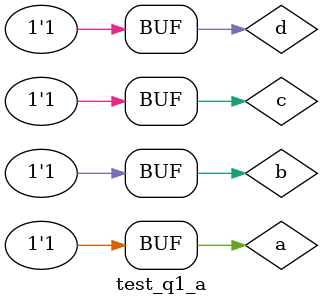
<source format=v>
`timescale 1ns / 1ps


module test_q1_a;

	// Inputs
	reg a;
	reg b;
	reg c;
	reg d;

	// Outputs
	wire o_p;

	// Instantiate the Unit Under Test (UUT)
	q1_a uut (
		.a(a), 
		.b(b), 
		.c(c), 
		.d(d), 
		.o_p(o_p)
	);

	initial begin
		// Initialize Inputs
		a = 0;
		b = 0;
		c = 0;
		d = 0;

		// Wait 100 ns for global reset to finish
		repeat(15)
		begin
		#10;
		a= a^(b&c&d);
		b=b^(c&d);
		c=c^d;
		d=d^1;
		end
        
		// Add stimulus here

	end
      
endmodule


</source>
